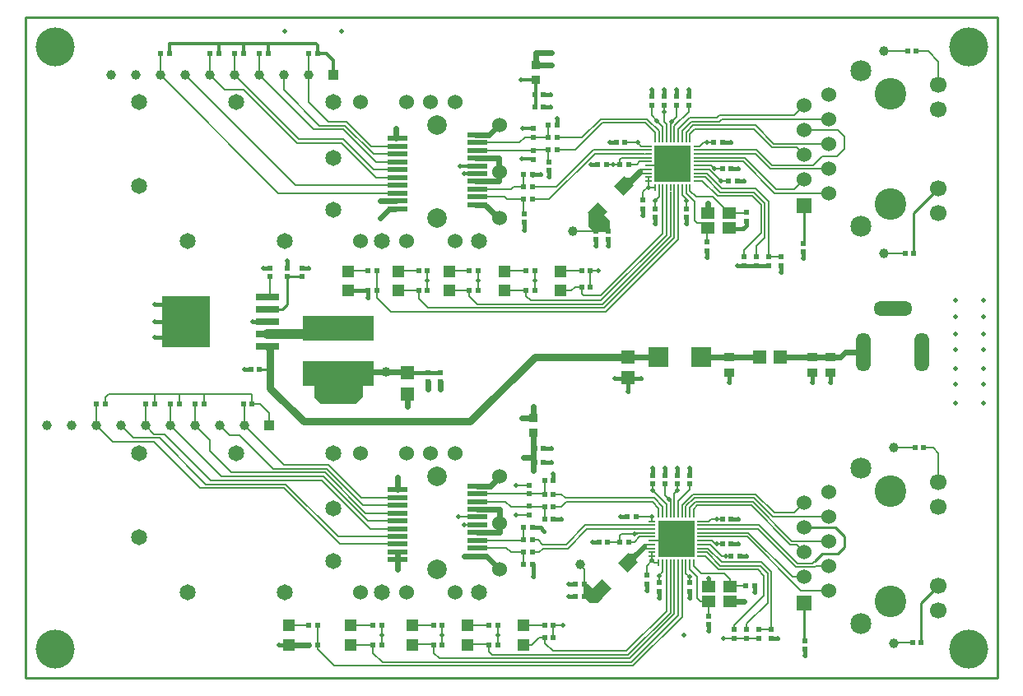
<source format=gtl>
%FSLAX44Y44*%
%MOMM*%
G71*
G01*
G75*
G04 Layer_Physical_Order=1*
G04 Layer_Color=255*
%ADD10R,0.6000X0.5000*%
%ADD11C,1.0000*%
%ADD12R,3.7000X3.7000*%
%ADD13R,0.2000X0.8000*%
%ADD14R,0.8000X0.2000*%
%ADD15R,7.3000X2.6500*%
%ADD16R,0.8128X0.8128*%
%ADD17R,0.5000X0.6000*%
%ADD18R,1.3970X1.3970*%
%ADD19R,1.0160X0.8890*%
%ADD20R,1.3970X1.3970*%
%ADD21R,2.4000X0.8000*%
%ADD22R,5.0000X5.3000*%
G04:AMPARAMS|DCode=23|XSize=2mm|YSize=2mm|CornerRadius=0mm|HoleSize=0mm|Usage=FLASHONLY|Rotation=180.000|XOffset=0mm|YOffset=0mm|HoleType=Round|Shape=RoundedRectangle|*
%AMROUNDEDRECTD23*
21,1,2.0000,2.0000,0,0,180.0*
21,1,2.0000,2.0000,0,0,180.0*
1,1,0.0000,-1.0000,1.0000*
1,1,0.0000,1.0000,1.0000*
1,1,0.0000,1.0000,-1.0000*
1,1,0.0000,-1.0000,-1.0000*
%
%ADD23ROUNDEDRECTD23*%
%ADD24R,1.4000X1.2000*%
G04:AMPARAMS|DCode=25|XSize=1.5mm|YSize=1.4mm|CornerRadius=0mm|HoleSize=0mm|Usage=FLASHONLY|Rotation=225.000|XOffset=0mm|YOffset=0mm|HoleType=Round|Shape=Rectangle|*
%AMROTATEDRECTD25*
4,1,4,0.0354,1.0253,1.0253,0.0354,-0.0354,-1.0253,-1.0253,-0.0354,0.0354,1.0253,0.0*
%
%ADD25ROTATEDRECTD25*%

%ADD26R,1.2954X1.1938*%
%ADD27R,2.0000X0.5004*%
%ADD28C,0.1780*%
%ADD29C,0.2000*%
%ADD30C,0.4000*%
%ADD31C,0.1270*%
%ADD32C,0.6000*%
%ADD33C,0.2540*%
%ADD34C,0.3000*%
%ADD35C,1.0000*%
%ADD36C,0.1800*%
%ADD37C,0.8000*%
%ADD38R,0.8890X0.8890*%
%ADD39O,1.5000X4.0000*%
%ADD40O,4.0000X1.5000*%
%ADD41R,1.0000X1.0000*%
%ADD42C,4.0000*%
%ADD43C,1.6500*%
%ADD44C,1.5240*%
%ADD45C,1.7000*%
%ADD46C,2.1590*%
%ADD47R,1.5240X1.5240*%
%ADD48C,3.2500*%
%ADD49C,0.5000*%
%ADD50C,2.0000*%
G36*
X638810Y133510D02*
X638741D01*
Y133281D01*
X624840Y119380D01*
X622300D01*
X619760Y121920D01*
X635350Y137510D01*
X638810D01*
Y133510D01*
D02*
G37*
G36*
X584200Y91440D02*
X586740D01*
X593090Y85090D01*
Y82550D01*
X588010Y77470D01*
X580390D01*
X574730Y83130D01*
Y96520D01*
X579120D01*
X584200Y91440D01*
D02*
G37*
G36*
X346710Y309880D02*
Y289560D01*
X339090Y281940D01*
X303530D01*
X297180Y288290D01*
Y312420D01*
X344170D01*
X346710Y309880D01*
D02*
G37*
G36*
X635000Y519590D02*
X634931D01*
Y519361D01*
X621030Y505460D01*
X618490D01*
X615950Y508000D01*
Y509270D01*
X630271Y523591D01*
X635000D01*
Y519590D01*
D02*
G37*
G36*
X588950Y478790D02*
X593090D01*
X600710Y471170D01*
Y461700D01*
X599440Y460430D01*
X583510D01*
X579120Y464820D01*
Y478790D01*
X579590Y479260D01*
X588480D01*
X588950Y478790D01*
D02*
G37*
D10*
X764540Y424760D02*
D03*
Y433760D02*
D03*
X777240Y424760D02*
D03*
Y433760D02*
D03*
X739140Y424760D02*
D03*
Y433760D02*
D03*
X751840Y424760D02*
D03*
Y433760D02*
D03*
X645160Y208970D02*
D03*
Y199970D02*
D03*
X657860Y208970D02*
D03*
Y199970D02*
D03*
X518160Y189810D02*
D03*
Y198810D02*
D03*
Y177220D02*
D03*
Y168220D02*
D03*
X670560Y208970D02*
D03*
Y199970D02*
D03*
X683260Y208970D02*
D03*
Y199970D02*
D03*
X651510Y89480D02*
D03*
Y98480D02*
D03*
X683260Y89480D02*
D03*
Y98480D02*
D03*
X513080Y469210D02*
D03*
Y478210D02*
D03*
X538480Y522550D02*
D03*
Y531550D02*
D03*
X521970Y542980D02*
D03*
Y533980D02*
D03*
Y556840D02*
D03*
Y565840D02*
D03*
X638810Y97100D02*
D03*
Y106100D02*
D03*
X702310Y55190D02*
D03*
Y64190D02*
D03*
X728980Y41220D02*
D03*
Y50220D02*
D03*
X754380Y41220D02*
D03*
Y50220D02*
D03*
X767080Y41220D02*
D03*
Y50220D02*
D03*
X741680Y41220D02*
D03*
Y50220D02*
D03*
X801370Y38790D02*
D03*
Y29790D02*
D03*
X701040Y440000D02*
D03*
Y449000D02*
D03*
X679450Y474290D02*
D03*
Y483290D02*
D03*
X647700Y474290D02*
D03*
Y483290D02*
D03*
X635000Y483180D02*
D03*
Y492180D02*
D03*
X741680Y470480D02*
D03*
Y479480D02*
D03*
X643890Y598860D02*
D03*
Y589860D02*
D03*
X681990Y598860D02*
D03*
Y589860D02*
D03*
X656590Y598860D02*
D03*
Y589860D02*
D03*
X669290Y598860D02*
D03*
Y589860D02*
D03*
X599440Y451430D02*
D03*
Y460430D02*
D03*
X586740Y451430D02*
D03*
Y460430D02*
D03*
X414020Y305380D02*
D03*
Y314380D02*
D03*
X426720Y305380D02*
D03*
Y314380D02*
D03*
X251460Y422330D02*
D03*
Y413330D02*
D03*
X269240Y422330D02*
D03*
Y413330D02*
D03*
X284480D02*
D03*
Y422330D02*
D03*
X800100Y447730D02*
D03*
Y438730D02*
D03*
D11*
X882650Y645160D02*
D03*
X892810Y237490D02*
D03*
X563190Y460430D02*
D03*
X882650Y436880D02*
D03*
X370840Y314960D02*
D03*
X570230Y116840D02*
D03*
X892810Y35560D02*
D03*
X87630Y621030D02*
D03*
X113030D02*
D03*
X138430D02*
D03*
X163830D02*
D03*
X290830D02*
D03*
X265430D02*
D03*
X240030D02*
D03*
X214630D02*
D03*
X189230D02*
D03*
X21590Y260350D02*
D03*
X46990D02*
D03*
X72390D02*
D03*
X97790D02*
D03*
X224790D02*
D03*
X199390D02*
D03*
X173990D02*
D03*
X148590D02*
D03*
X123190D02*
D03*
D12*
X669290Y143510D02*
D03*
X665480Y529590D02*
D03*
D13*
X687291Y168504D02*
D03*
X683290D02*
D03*
X679290D02*
D03*
X675290D02*
D03*
X671289D02*
D03*
X667291D02*
D03*
X663290D02*
D03*
X659290D02*
D03*
X655290D02*
D03*
X651289D02*
D03*
Y118516D02*
D03*
X655290D02*
D03*
X659290D02*
D03*
X663290D02*
D03*
X667291D02*
D03*
X671289D02*
D03*
X675290D02*
D03*
X679290D02*
D03*
X683290D02*
D03*
X687291D02*
D03*
X683481Y554584D02*
D03*
X679481D02*
D03*
X675480D02*
D03*
X671479D02*
D03*
X667479D02*
D03*
X663481D02*
D03*
X659481D02*
D03*
X655480D02*
D03*
X651479D02*
D03*
X647479D02*
D03*
Y504596D02*
D03*
X651479D02*
D03*
X655480D02*
D03*
X659481D02*
D03*
X663481D02*
D03*
X667479D02*
D03*
X671479D02*
D03*
X675480D02*
D03*
X679481D02*
D03*
X683481D02*
D03*
D14*
X694284Y161511D02*
D03*
Y157510D02*
D03*
Y153510D02*
D03*
Y149509D02*
D03*
Y145509D02*
D03*
Y141511D02*
D03*
Y137510D02*
D03*
Y133510D02*
D03*
Y129509D02*
D03*
Y125509D02*
D03*
X644296D02*
D03*
Y129509D02*
D03*
Y133510D02*
D03*
Y137510D02*
D03*
Y141511D02*
D03*
Y145509D02*
D03*
Y149509D02*
D03*
Y153510D02*
D03*
Y157510D02*
D03*
Y161511D02*
D03*
X690474Y547591D02*
D03*
Y543591D02*
D03*
Y539590D02*
D03*
Y535589D02*
D03*
Y531589D02*
D03*
Y527591D02*
D03*
Y523591D02*
D03*
Y519590D02*
D03*
Y515589D02*
D03*
Y511589D02*
D03*
X640486D02*
D03*
Y515589D02*
D03*
Y519590D02*
D03*
Y523591D02*
D03*
Y527591D02*
D03*
Y531589D02*
D03*
Y535589D02*
D03*
Y539590D02*
D03*
Y543591D02*
D03*
Y547591D02*
D03*
D15*
X321310Y359800D02*
D03*
Y313300D02*
D03*
D16*
X524510Y631190D02*
D03*
Y615950D02*
D03*
X522029Y267970D02*
D03*
Y252730D02*
D03*
D17*
X224100Y281940D02*
D03*
X233100D02*
D03*
X914980Y237490D02*
D03*
X923980D02*
D03*
X904820Y436880D02*
D03*
X913820D02*
D03*
X174570Y281940D02*
D03*
X183570D02*
D03*
X72970D02*
D03*
X81970D02*
D03*
X149170D02*
D03*
X158170D02*
D03*
X123770D02*
D03*
X132770D02*
D03*
X907360Y645160D02*
D03*
X916360D02*
D03*
X588590Y528320D02*
D03*
X597590D02*
D03*
X725860Y524510D02*
D03*
X716860D02*
D03*
X542980Y163830D02*
D03*
X533980D02*
D03*
X542980Y176530D02*
D03*
X533980D02*
D03*
X542980Y189230D02*
D03*
X533980D02*
D03*
X542980Y203200D02*
D03*
X533980D02*
D03*
X521390Y154940D02*
D03*
X512390D02*
D03*
X521390Y142240D02*
D03*
X512390D02*
D03*
X521390Y129540D02*
D03*
X512390D02*
D03*
X521390Y116840D02*
D03*
X512390D02*
D03*
X300410Y34290D02*
D03*
X291410D02*
D03*
X300410Y54610D02*
D03*
X291410D02*
D03*
X366450Y34290D02*
D03*
X357450D02*
D03*
X366450Y54610D02*
D03*
X357450D02*
D03*
X428680Y34290D02*
D03*
X419680D02*
D03*
X428680Y54610D02*
D03*
X419680D02*
D03*
X485830D02*
D03*
X476830D02*
D03*
X542980Y41910D02*
D03*
X533980D02*
D03*
X542980Y54610D02*
D03*
X533980D02*
D03*
X521391Y492762D02*
D03*
X512391D02*
D03*
X521391Y505462D02*
D03*
X512391D02*
D03*
X521391Y518162D02*
D03*
X512391D02*
D03*
X546790Y543560D02*
D03*
X537790D02*
D03*
X546790Y556260D02*
D03*
X537790D02*
D03*
X546790Y568960D02*
D03*
X537790D02*
D03*
X565730Y83820D02*
D03*
X574730D02*
D03*
X565730Y96520D02*
D03*
X574730D02*
D03*
X749990Y95250D02*
D03*
X740990D02*
D03*
X734750Y125730D02*
D03*
X725750D02*
D03*
X725860Y138430D02*
D03*
X716860D02*
D03*
X725860Y163830D02*
D03*
X716860D02*
D03*
X619070Y166370D02*
D03*
X628070D02*
D03*
X589860Y139700D02*
D03*
X598860D02*
D03*
X611450D02*
D03*
X620450D02*
D03*
X523820Y236220D02*
D03*
X532820D02*
D03*
X523820Y222250D02*
D03*
X532820D02*
D03*
X523820Y588010D02*
D03*
X532820D02*
D03*
X523820Y600710D02*
D03*
X532820D02*
D03*
X732210Y511810D02*
D03*
X723210D02*
D03*
X716970Y551180D02*
D03*
X707970D02*
D03*
X607640D02*
D03*
X616640D02*
D03*
X611450Y528320D02*
D03*
X620450D02*
D03*
X581080Y419100D02*
D03*
X572080D02*
D03*
X581080Y402590D02*
D03*
X572080D02*
D03*
X523930Y398780D02*
D03*
X514930D02*
D03*
X523930Y419100D02*
D03*
X514930D02*
D03*
X465510D02*
D03*
X456510D02*
D03*
X465510Y398780D02*
D03*
X456510D02*
D03*
X413440D02*
D03*
X404440D02*
D03*
X413440Y419100D02*
D03*
X404440D02*
D03*
X361370D02*
D03*
X352370D02*
D03*
X361370Y398780D02*
D03*
X352370D02*
D03*
X231720Y317500D02*
D03*
X240720D02*
D03*
X485830Y34290D02*
D03*
X476830D02*
D03*
X139010Y642620D02*
D03*
X148010D02*
D03*
X912440Y36830D02*
D03*
X921440D02*
D03*
X189810Y642620D02*
D03*
X198810D02*
D03*
X215210D02*
D03*
X224210D02*
D03*
X240610D02*
D03*
X249610D02*
D03*
X291410D02*
D03*
X300410D02*
D03*
D18*
X776605Y330200D02*
D03*
X755015D02*
D03*
D19*
X723900Y330581D02*
D03*
Y314579D02*
D03*
X808990Y330581D02*
D03*
Y314579D02*
D03*
X828040Y330581D02*
D03*
Y314579D02*
D03*
D20*
X619760Y330835D02*
D03*
Y309245D02*
D03*
X392430Y314325D02*
D03*
Y292735D02*
D03*
D21*
X249010Y392430D02*
D03*
Y379730D02*
D03*
Y367030D02*
D03*
Y354330D02*
D03*
Y341630D02*
D03*
D22*
X165010Y367030D02*
D03*
D23*
X651100Y330200D02*
D03*
X695100D02*
D03*
D24*
X724740Y78860D02*
D03*
X702740D02*
D03*
Y93860D02*
D03*
X724740D02*
D03*
X723470Y463670D02*
D03*
X701470D02*
D03*
Y478670D02*
D03*
X723470D02*
D03*
D25*
X592290Y91910D02*
D03*
X619290Y118910D02*
D03*
X588480Y479260D02*
D03*
X615480Y506260D02*
D03*
D26*
X549910Y398940D02*
D03*
Y418940D02*
D03*
X492760Y398940D02*
D03*
Y418940D02*
D03*
X435610Y398940D02*
D03*
Y418940D02*
D03*
X383540Y398940D02*
D03*
Y418940D02*
D03*
X331470Y398940D02*
D03*
Y418940D02*
D03*
X511810Y34450D02*
D03*
Y54450D02*
D03*
X270510Y34450D02*
D03*
Y54450D02*
D03*
X334010Y34450D02*
D03*
Y54450D02*
D03*
X397510Y34450D02*
D03*
Y54450D02*
D03*
X454660Y34450D02*
D03*
Y54450D02*
D03*
D27*
X464454Y559283D02*
D03*
Y551282D02*
D03*
Y543281D02*
D03*
Y535280D02*
D03*
Y527285D02*
D03*
Y519285D02*
D03*
Y511285D02*
D03*
Y503285D02*
D03*
Y495285D02*
D03*
Y487285D02*
D03*
X382463Y483287D02*
D03*
Y491288D02*
D03*
Y499289D02*
D03*
Y507290D02*
D03*
Y515285D02*
D03*
Y523285D02*
D03*
Y531285D02*
D03*
Y539285D02*
D03*
Y547285D02*
D03*
Y555285D02*
D03*
Y193892D02*
D03*
Y185892D02*
D03*
Y177892D02*
D03*
Y169892D02*
D03*
Y161892D02*
D03*
Y153892D02*
D03*
Y145896D02*
D03*
Y137895D02*
D03*
Y129894D02*
D03*
Y121893D02*
D03*
X464454Y125892D02*
D03*
Y133892D02*
D03*
Y141892D02*
D03*
Y149892D02*
D03*
Y157892D02*
D03*
Y165892D02*
D03*
Y173887D02*
D03*
Y181888D02*
D03*
Y189889D02*
D03*
Y197890D02*
D03*
D28*
X647479Y554584D02*
Y561561D01*
X651479Y554584D02*
Y562906D01*
X679481Y554584D02*
X679591Y554694D01*
Y561902D01*
X686729Y569040D01*
X675480Y554584D02*
Y563137D01*
X685163Y572820D01*
X694284Y153510D02*
X694394Y153399D01*
X687291Y168504D02*
Y174211D01*
X683290Y168504D02*
Y175556D01*
X679290Y168504D02*
Y176901D01*
X675290Y168504D02*
Y178247D01*
X464454Y133892D02*
X494758D01*
X499110Y129540D01*
X512390D01*
X464454Y141892D02*
X512042D01*
X512390Y142240D01*
Y154940D01*
X671289Y168504D02*
Y182339D01*
X683260Y194310D01*
Y199970D01*
X659290Y168504D02*
Y178910D01*
X272310Y54610D02*
X292100D01*
X334010Y34450D02*
X357290D01*
X683290Y111729D02*
Y118516D01*
X685163Y572820D02*
X713790D01*
X637540Y571500D02*
X647479Y561561D01*
X334860Y54610D02*
X358140D01*
X397510D02*
X419680D01*
X454660D02*
X476830D01*
X511970D02*
X533980D01*
X811829Y114599D02*
X813029Y115799D01*
X826165D01*
X476830Y27360D02*
Y34290D01*
X476510D02*
Y34610D01*
X454660D02*
X476510D01*
X419680Y26090D02*
Y34290D01*
X419360D02*
Y34610D01*
X397510D02*
X419360D01*
X357450Y26090D02*
Y34290D01*
X357290D02*
Y34450D01*
X300410Y29790D02*
Y34290D01*
Y54610D01*
X659290Y68740D02*
Y118516D01*
X663290Y67395D02*
Y118516D01*
X667291Y66050D02*
Y118516D01*
X671289Y64702D02*
Y118516D01*
X675290Y63357D02*
Y118516D01*
X511810Y34450D02*
X520860D01*
X528320Y41910D01*
X533980D01*
Y36250D02*
Y41910D01*
X620450Y139700D02*
X626110D01*
X631919Y145509D01*
X550070Y419100D02*
X572080D01*
X549910Y398940D02*
X561500D01*
X565150Y402590D01*
X572080D01*
Y395660D02*
Y402590D01*
Y395660D02*
X574040Y393700D01*
X492920Y398780D02*
X514930D01*
Y393120D02*
Y398780D01*
Y393120D02*
X519430Y388620D01*
X435770Y419100D02*
X456510D01*
X435770Y398780D02*
X456510D01*
Y393120D02*
Y398780D01*
Y393120D02*
X464820Y384810D01*
X383700Y419100D02*
X404440D01*
X383700Y398780D02*
X404440D01*
Y390580D02*
Y398780D01*
X331630Y419100D02*
X352370D01*
X361370Y398780D02*
Y419100D01*
Y391740D02*
Y398780D01*
X655480Y457360D02*
Y504596D01*
X659481Y456015D02*
Y504596D01*
X663481Y454670D02*
Y500380D01*
X667479Y453322D02*
Y504596D01*
X671479Y451977D02*
Y504596D01*
X588211Y539590D02*
X636270D01*
X521391Y505462D02*
X546102D01*
X584230Y543591D01*
X640486D01*
X538748Y492762D02*
X585796Y539810D01*
X593090D01*
X521391Y492762D02*
X538748D01*
X593090Y571500D02*
X637540D01*
X591554Y575310D02*
X639076D01*
X651479Y562906D01*
X686729Y569040D02*
X750490D01*
X842010Y544830D02*
Y557530D01*
X800766Y563829D02*
X835711D01*
X842010Y557530D01*
X819150Y537210D02*
X834390D01*
X842010Y544830D01*
X809859Y527919D02*
X819150Y537210D01*
X811425Y524139D02*
X812024Y524739D01*
X826165D01*
X546790Y556260D02*
X572504D01*
X591554Y575310D01*
X546790Y543560D02*
X565150D01*
X593090Y571500D01*
X655480Y554584D02*
Y567530D01*
X659481Y554584D02*
Y569879D01*
X667479Y554584D02*
Y568419D01*
X681990Y582930D01*
Y590550D01*
X690474Y527591D02*
X699229D01*
X792836Y137419D02*
X800766Y129489D01*
X790855Y170379D02*
X800766Y180289D01*
X694284Y161511D02*
X702531D01*
X704850Y163830D01*
X694284Y141511D02*
X705579D01*
X694284Y137510D02*
X704500D01*
X716280Y125730D01*
X704850Y163830D02*
X711200D01*
X716860D01*
X716280Y125730D02*
X720090D01*
X725750D01*
X645160Y193040D02*
Y199970D01*
Y193040D02*
X659290Y178910D01*
X675290Y178247D02*
X686273Y189230D01*
X679290Y176901D02*
X687839Y185450D01*
X683290Y175556D02*
X689404Y181670D01*
X687291Y174211D02*
X690970Y177890D01*
X651510Y98480D02*
Y105410D01*
X655290Y109190D02*
Y118516D01*
X651510Y105410D02*
X655290Y109190D01*
X667291Y168504D02*
Y189771D01*
X670560Y193040D01*
Y199970D01*
X644296Y161511D02*
Y165964D01*
X628476D02*
X644296D01*
X690970Y177890D02*
X746404D01*
X689404Y181670D02*
X747970D01*
X694394Y153399D02*
X753381D01*
X694284Y157510D02*
X754615D01*
X694284Y145509D02*
X742221D01*
X743566Y149509D02*
X788987Y104089D01*
X694284Y149509D02*
X743566D01*
X790855Y503119D02*
X800766Y513029D01*
X769391Y550139D02*
X826165D01*
X750490Y569040D02*
X769391Y550139D01*
X690474Y539590D02*
X750730D01*
X766181Y524139D01*
X811425D01*
X767747Y527919D02*
X809859D01*
X752075Y543591D02*
X767747Y527919D01*
X690474Y543591D02*
X752075D01*
X690474Y531589D02*
X738411D01*
X770661Y499339D01*
X826165D01*
X772227Y503119D02*
X790855D01*
X739756Y535589D02*
X772227Y503119D01*
X690474Y535589D02*
X739756D01*
X716509Y575539D02*
X826165D01*
X713790Y572820D02*
X716509Y575539D01*
X574040Y393700D02*
X591820D01*
X655480Y457360D01*
X519430Y388620D02*
X592086D01*
X659481Y456015D01*
X464820Y384810D02*
X593621D01*
X663481Y454670D01*
X595187Y381030D02*
X667479Y453322D01*
X596693Y377190D02*
X671479Y451977D01*
X404440Y390580D02*
X413990Y381030D01*
X595187D01*
X361370Y391740D02*
X375920Y377190D01*
X596693D01*
X533980Y36250D02*
X542410Y27820D01*
X476830Y27360D02*
X480150Y24040D01*
X419680Y26090D02*
X425510Y20260D01*
X357450Y26090D02*
X367060Y16480D01*
X300410Y29790D02*
X317500Y12700D01*
X636270Y133510D02*
X644296D01*
Y141511D02*
X653052D01*
X631919Y145509D02*
X644296D01*
X584200Y83820D02*
X592290Y91910D01*
X570230Y116840D02*
X574730Y112340D01*
Y96520D02*
Y112340D01*
Y83820D02*
Y96520D01*
Y83820D02*
X584200D01*
X631919Y531589D02*
X640486D01*
Y527591D02*
X663481D01*
X694284Y133510D02*
X702150D01*
X687291Y115394D02*
Y118516D01*
Y115394D02*
X694735Y107950D01*
X618370Y27820D02*
X659290Y68740D01*
X542410Y27820D02*
X618370D01*
X619936Y24040D02*
X663290Y67395D01*
X480150Y24040D02*
X619936D01*
X621501Y20260D02*
X667291Y66050D01*
X425510Y20260D02*
X621501D01*
X623067Y16480D02*
X671289Y64702D01*
X367060Y16480D02*
X623067D01*
X624633Y12700D02*
X675290Y63357D01*
X317500Y12700D02*
X624633D01*
X788987Y104089D02*
X800766D01*
X797331Y90399D02*
X826165D01*
X742221Y145509D02*
X797331Y90399D01*
X753381Y153399D02*
X792181Y114599D01*
X811829D01*
X793746Y118379D02*
X809259D01*
X754615Y157510D02*
X793746Y118379D01*
X786876Y137419D02*
X792836D01*
X746404Y177890D02*
X786876Y137419D01*
X788441Y141199D02*
X826165D01*
X747970Y181670D02*
X788441Y141199D01*
X749536Y185450D02*
X768387Y166599D01*
X826165D01*
X687839Y185450D02*
X749536D01*
X769953Y170379D02*
X790855D01*
X751101Y189230D02*
X769953Y170379D01*
X686273Y189230D02*
X751101D01*
X754380Y50220D02*
X767080D01*
X663481Y554584D02*
Y565150D01*
X809259Y118379D02*
X811530Y120650D01*
X619760Y123540D02*
X622475D01*
X636445Y137510D01*
X644296D01*
X702150Y133510D02*
X716280Y119380D01*
X741680Y50220D02*
Y55880D01*
X763300Y77500D01*
X714714Y115600D02*
X755620D01*
X763300Y107920D01*
Y77500D02*
Y107920D01*
X757186Y119380D02*
X767080Y109486D01*
X716280Y119380D02*
X757186D01*
X767080Y50220D02*
Y109486D01*
X694284Y129509D02*
X700805D01*
X714714Y115600D01*
X694284Y125509D02*
X699460D01*
X713149Y111820D02*
X753110D01*
X759520Y105410D01*
X699460Y125509D02*
X713149Y111820D01*
X728980Y50220D02*
Y54610D01*
X759520Y85150D01*
Y105410D01*
X690880Y82550D02*
X694570Y78860D01*
X690880Y82550D02*
Y104140D01*
X694570Y78860D02*
X702310D01*
X702740D01*
X702310Y64190D02*
Y74470D01*
X683290Y111729D02*
X690880Y104140D01*
X718820Y107950D02*
X724740Y102030D01*
Y93860D02*
Y102030D01*
X723010Y95250D02*
X740410D01*
X694735Y107950D02*
X718820D01*
D29*
X683481Y554584D02*
Y560291D01*
X688340Y565150D01*
X671479Y554584D02*
Y564799D01*
X683390Y576710D01*
X464454Y181888D02*
X493752D01*
X464454Y189889D02*
X533369D01*
X533980Y190500D01*
X499110Y176530D02*
X533980D01*
X493752Y181888D02*
X499110Y176530D01*
X533980Y163830D02*
Y176530D01*
Y189230D02*
Y190500D01*
Y203200D01*
X512390Y116840D02*
Y129540D01*
X683390Y576710D02*
X711330D01*
X611450Y139700D02*
Y146740D01*
X598860Y139700D02*
X611450D01*
X492920Y419100D02*
X514930D01*
X882650Y436880D02*
X904820D01*
X894080Y36830D02*
X912440D01*
X643890Y579120D02*
Y589860D01*
X656590Y572770D02*
X659481Y569879D01*
X690474Y547591D02*
X693641D01*
X697230Y551180D01*
X707970D01*
X699229Y527591D02*
X699230Y527590D01*
X241300Y281940D02*
X250190Y273050D01*
Y260350D02*
Y273050D01*
X224790Y260350D02*
Y281250D01*
X233100Y281940D02*
X241300D01*
X344968Y185892D02*
X382463D01*
X347312Y177892D02*
X382463D01*
X349655Y169892D02*
X382463D01*
X351998Y161892D02*
X382463D01*
X354341Y153892D02*
X382463D01*
X123190Y260350D02*
X132368Y251172D01*
X97790Y260350D02*
X110968Y247172D01*
X72390Y260350D02*
Y281360D01*
X148590Y260350D02*
Y281250D01*
X173990Y260350D02*
Y281360D01*
X123190D02*
X123770Y281940D01*
X123190Y260350D02*
Y281360D01*
X233100Y281940D02*
Y292680D01*
X81970Y288980D02*
X85670Y292680D01*
X81970Y281940D02*
Y288980D01*
X158170Y281940D02*
Y291990D01*
X183570Y281940D02*
Y292100D01*
X184150Y292680D01*
X85670D02*
X184150D01*
X233100D01*
X132770Y281940D02*
Y292680D01*
X321310Y145896D02*
X382463D01*
X323654Y137895D02*
X382463D01*
X306310Y207580D02*
X351998Y161892D01*
X307966Y211580D02*
X349655Y169892D01*
X255013Y215580D02*
X309623D01*
X347312Y177892D01*
X311280Y219580D02*
X344968Y185892D01*
X892810Y237490D02*
X914980D01*
X923980D02*
X933450D01*
X939195Y231744D01*
Y201930D02*
Y231744D01*
X882650Y645160D02*
X907360D01*
X916360D02*
X928370D01*
X939195Y634334D01*
Y610870D02*
Y634334D01*
X705579Y141511D02*
X706000D01*
X709081Y138430D01*
X655290Y168504D02*
Y176560D01*
X651289Y168504D02*
Y174904D01*
X646430Y185420D02*
X655290Y176560D01*
X644773Y181420D02*
X651289Y174904D01*
X644296Y125509D02*
Y129509D01*
Y121056D02*
Y125509D01*
X646836Y118516D02*
X651289D01*
X644296Y121056D02*
X646836Y118516D01*
X683260Y98480D02*
Y104140D01*
X679290Y108110D02*
Y118516D01*
Y108110D02*
X683260Y104140D01*
X709081Y138430D02*
X711200D01*
X716860D01*
X613300Y148590D02*
X626110D01*
X611450Y146740D02*
X613300Y148590D01*
X626110D02*
X629001D01*
X629920Y149509D01*
X290830Y621030D02*
Y642040D01*
Y593090D02*
Y621030D01*
X355685Y547285D02*
X381195D01*
X358028Y539285D02*
X381195D01*
X240030Y621030D02*
Y642040D01*
X360371Y531285D02*
X381195D01*
X214630Y621030D02*
Y642040D01*
X189230Y621030D02*
X204660Y605600D01*
X277570Y507290D02*
X381195D01*
X138430Y621030D02*
Y642040D01*
X189230Y621030D02*
Y642040D01*
X138430Y621030D02*
X260171Y499289D01*
X381195D01*
X163830Y621030D02*
X277570Y507290D01*
X204660Y605600D02*
X224403D01*
X214630Y621030D02*
X280670Y554990D01*
X224403Y605600D02*
X279013Y550990D01*
X360438Y515285D02*
X381195D01*
X280670Y554990D02*
X326390D01*
X358095Y523285D01*
X381195D01*
X279013Y550990D02*
X324733D01*
X360438Y515285D01*
X265430Y605790D02*
Y621030D01*
X290830Y593090D02*
X311150Y572770D01*
X330200D01*
X355685Y547285D01*
X302450Y568770D02*
X328543D01*
X358028Y539285D01*
X326886Y564770D02*
X360371Y531285D01*
X240030Y621030D02*
X296290Y564770D01*
X326886D01*
X265430Y605790D02*
X302450Y568770D01*
X748879Y565150D02*
X767929Y546100D01*
X793095D01*
X800766Y538429D01*
X688340Y565150D02*
X748879D01*
X790965Y579429D02*
X800766Y589229D01*
X714049Y579429D02*
X790965D01*
X711330Y576710D02*
X714049Y579429D01*
X251460Y392430D02*
Y413330D01*
X629920Y149509D02*
X644296D01*
X626110D02*
X629920D01*
X657860Y187960D02*
Y199970D01*
Y187960D02*
X663290Y182530D01*
Y168504D02*
Y182530D01*
X638810Y106100D02*
Y115570D01*
X644296Y121056D01*
X445292Y165892D02*
X464454D01*
X449992Y157892D02*
X464454D01*
X598860Y528320D02*
X604520D01*
X611450D01*
Y533980D01*
X613060Y535589D01*
X640486D01*
X631365Y523591D02*
X640486D01*
X631350Y519590D02*
X640486D01*
X635000Y492180D02*
Y500380D01*
X651479Y495270D02*
Y504596D01*
X647700Y491490D02*
X651479Y495270D01*
X647700Y483290D02*
Y491490D01*
X701040Y449000D02*
Y463240D01*
X688340Y471170D02*
Y490220D01*
Y471170D02*
X690760Y468750D01*
X705280D01*
X675480Y497423D02*
Y504596D01*
X679481Y499080D02*
Y504596D01*
X675480Y497423D02*
X679450Y493453D01*
Y483290D02*
Y493453D01*
X679481Y499080D02*
X688340Y490220D01*
X683481Y501429D02*
Y504596D01*
X699230Y527590D02*
X705580D01*
X708660Y524510D01*
X714320D01*
X714996Y511810D02*
X723210D01*
X703216Y523591D02*
X714996Y511810D01*
X690474Y523591D02*
X703216D01*
X690474Y519590D02*
X700852D01*
X716252Y504190D01*
X750570D01*
X764540Y490220D01*
Y433760D02*
Y490220D01*
Y433760D02*
X777240D01*
X723470Y478670D02*
X739710D01*
X551180Y189230D02*
X554990Y185420D01*
X542980Y189230D02*
X551180D01*
X554990Y185420D02*
X646430D01*
X542980Y176530D02*
X551180D01*
X556070Y181420D01*
X644773D01*
X577690Y153510D02*
X644296D01*
X576034Y157510D02*
X644296D01*
X557530Y133350D02*
X577690Y153510D01*
X555873Y137350D02*
X576034Y157510D01*
X521390Y129540D02*
X528320D01*
X532130Y133350D01*
X557530D01*
X521390Y142240D02*
X527050D01*
X531940Y137350D01*
X555873D01*
X563190Y460430D02*
X599440D01*
X304653Y203580D02*
X354341Y153892D01*
X143222Y251172D02*
X190813Y203580D01*
X304653D01*
X267626Y199580D02*
X321310Y145896D01*
X265969Y195580D02*
X323654Y137895D01*
X542980Y41910D02*
Y54610D01*
X485830Y34290D02*
Y54610D01*
X428680Y34290D02*
Y54610D01*
X366450Y34290D02*
Y54610D01*
X413440Y408940D02*
Y419100D01*
Y398780D02*
Y408940D01*
X465510Y398780D02*
Y419100D01*
X523930Y398780D02*
Y419100D01*
X581080Y402590D02*
Y419100D01*
X504770Y198810D02*
X518160D01*
X504770Y168220D02*
X518160D01*
X616640Y551180D02*
X629920D01*
X633509Y547591D01*
X640486D01*
X664210Y572770D02*
X669290Y577850D01*
Y589860D01*
X663589Y572149D02*
X664210Y572770D01*
X663481Y565150D02*
X663589Y565258D01*
Y572149D01*
X649685Y573325D02*
X655480Y567530D01*
X643890Y579120D02*
X649685Y573325D01*
X718130Y41220D02*
X754380D01*
X656590Y572770D02*
Y582930D01*
Y589860D01*
X581080Y419100D02*
X589280D01*
X72390Y260350D02*
X89568Y243172D01*
X224790Y260350D02*
X265560Y219580D01*
X311280D01*
X132172Y243172D02*
X179763Y195580D01*
X89568Y243172D02*
X132172D01*
X179763Y195580D02*
X265969D01*
X132368Y251172D02*
X143222D01*
X148590Y260350D02*
X201360Y207580D01*
X306310D01*
X110968Y247172D02*
X137638D01*
X185230Y199580D01*
X267626D01*
X173990Y260350D02*
X189230Y245110D01*
X220403Y250190D02*
X255013Y215580D01*
X199390Y260350D02*
X209550Y250190D01*
X220403D01*
X189230Y233680D02*
Y245110D01*
Y233680D02*
X211330Y211580D01*
X307966D01*
X640486Y504596D02*
X647479D01*
X640486D02*
Y505866D01*
Y511589D01*
Y515589D01*
X635000Y500380D02*
X640486Y505866D01*
X542980Y54610D02*
X552450D01*
X615480Y507705D02*
X631365Y523591D01*
X615480Y506260D02*
Y507705D01*
X683481Y501429D02*
X689610Y495300D01*
X748913Y500190D02*
X760540Y488563D01*
X689610Y495300D02*
X706840D01*
X723470Y478670D01*
X714595Y500190D02*
X748913D01*
X711607Y496190D02*
X747256D01*
X756540Y486906D01*
X739140Y433760D02*
Y440690D01*
X756540Y458090D01*
Y486906D01*
X751840Y444500D02*
X760540Y453200D01*
X751840Y433760D02*
Y444500D01*
X760540Y453200D02*
Y488563D01*
X690474Y515589D02*
X699196D01*
X714595Y500190D01*
X690474Y511589D02*
X696208D01*
X711607Y496190D01*
D30*
X331630Y398780D02*
X352370D01*
X392430Y314325D02*
X426665D01*
X532820Y236220D02*
X541020D01*
X532820Y222250D02*
X541020D01*
X542980Y203200D02*
Y210240D01*
Y163830D02*
X551180D01*
X521390Y154940D02*
X529590D01*
X533400Y151130D01*
X521970Y104140D02*
Y116840D01*
X702310Y48260D02*
Y55190D01*
X638810Y90170D02*
Y97100D01*
X651510Y82550D02*
Y89480D01*
X683260Y82550D02*
Y89480D01*
X725860Y163830D02*
X732790D01*
X725860Y138430D02*
X732790D01*
X734750Y125730D02*
X741680D01*
X582930Y139700D02*
X589860D01*
X612140Y166370D02*
X619070D01*
X558800Y83820D02*
X565730D01*
X558800Y96520D02*
X565730D01*
X261040Y34290D02*
X267970D01*
X645160Y208970D02*
Y215900D01*
X657860Y208970D02*
Y215900D01*
X670560Y208970D02*
Y215900D01*
X683260Y208970D02*
Y215900D01*
X767080Y41220D02*
X774010D01*
X801370Y22860D02*
Y29790D01*
X224790Y317500D02*
X231720D01*
X233680Y367030D02*
X238760D01*
X132770Y384810D02*
X139700D01*
X132770Y350520D02*
X139700D01*
X132770Y367030D02*
X139700D01*
X244530Y422330D02*
X251460D01*
X269240D02*
Y429260D01*
X284480Y422330D02*
X291410D01*
X513080Y461010D02*
Y468630D01*
X546790Y568960D02*
Y575890D01*
X538480Y515620D02*
Y522550D01*
X532820Y588010D02*
X539750D01*
X532820Y600710D02*
X539750D01*
X643890Y598860D02*
Y605790D01*
X656590Y598860D02*
Y605790D01*
X669290Y598860D02*
Y605790D01*
X681990Y598860D02*
Y605790D01*
X600710Y551180D02*
X607640D01*
X581660Y528320D02*
X588590D01*
X718820Y551180D02*
X725750D01*
X725860Y524510D02*
X732790D01*
X732210Y511810D02*
X739140D01*
X723900Y462280D02*
X737870D01*
X701040Y433070D02*
Y440000D01*
X679450Y467360D02*
Y474290D01*
X647700Y467360D02*
Y474290D01*
X635000Y476250D02*
Y483180D01*
X777240Y417830D02*
Y424760D01*
X800100Y431800D02*
Y438730D01*
X732210Y424760D02*
X739140D01*
X764540D01*
X619760Y295330D02*
Y302260D01*
X606480Y308610D02*
X613410D01*
X626110D02*
X633040D01*
X723900Y304220D02*
Y311150D01*
X808990Y304220D02*
Y311150D01*
X828040Y304220D02*
Y311150D01*
X586740Y444500D02*
Y451430D01*
X599440Y444500D02*
Y451430D01*
X749990Y88320D02*
Y95250D01*
X352370Y391850D02*
Y398780D01*
X702310Y96520D02*
Y102560D01*
X521393Y518160D02*
X529590D01*
X741680Y466090D02*
Y470480D01*
X737870Y462280D02*
X741680Y466090D01*
D31*
X463186Y495285D02*
X492775D01*
X495298Y492762D01*
X512391D01*
Y478791D02*
Y492762D01*
X463186Y503285D02*
X499475D01*
X501652Y505462D01*
X512391D01*
Y518162D01*
X513660Y556840D02*
X537210D01*
Y568270D01*
X537790Y532240D02*
Y543560D01*
X521970Y542980D02*
X522271Y543281D01*
X522550Y543560D01*
X537790D01*
X463186Y543281D02*
X464454D01*
X522271D01*
X508102Y551282D02*
X513660Y556840D01*
X464454Y551282D02*
X508102D01*
X463186D02*
X464454D01*
D32*
X695100Y330200D02*
X755015D01*
X776605D02*
X837819D01*
X619760Y330835D02*
X650465D01*
X322970Y314960D02*
X370840D01*
X391795D01*
X837819Y330200D02*
X842899Y335280D01*
X861653D01*
Y341978D01*
X701470Y478670D02*
Y488520D01*
X450850Y125892D02*
X464454D01*
Y197890D02*
X477885D01*
X487838Y207843D01*
X464454Y125892D02*
X473786D01*
X487836Y111841D01*
X382463Y111953D02*
Y121893D01*
Y129894D01*
Y193892D02*
Y206817D01*
X392430Y279400D02*
Y292735D01*
X414020Y297180D02*
Y305380D01*
X426720Y297180D02*
Y305380D01*
X522029Y267970D02*
Y279400D01*
X510599Y267970D02*
X522029D01*
Y227330D02*
Y252730D01*
X724740Y78860D02*
X739260D01*
X270510Y34450D02*
X291250D01*
X463186Y559283D02*
X476617D01*
X486570Y569236D01*
X381195Y555285D02*
Y566225D01*
X364692Y491288D02*
X381195D01*
X524510Y631190D02*
X541020D01*
X524510D02*
Y643890D01*
X541020D01*
X521391Y518162D02*
X521393Y518160D01*
X364490Y473710D02*
X374067Y483287D01*
X380417D01*
X463186Y535280D02*
X464454D01*
X463186Y511285D02*
X464454D01*
X472518Y487285D02*
X486568Y473235D01*
X463186Y487285D02*
X472518D01*
X464454Y511285D02*
X486569D01*
X464454Y535280D02*
X486569D01*
Y511285D02*
Y535280D01*
X464454Y149892D02*
X487837D01*
Y159842D01*
X464454Y173887D02*
X487837D01*
Y159842D02*
Y173887D01*
X511869Y227330D02*
X522029D01*
X522029Y227330D01*
Y213360D02*
Y227330D01*
D33*
X269240Y413330D02*
X284480D01*
X800704Y39455D02*
Y77564D01*
Y448335D02*
Y486504D01*
X913820Y436880D02*
Y478815D01*
X939195Y504190D01*
X921440Y36830D02*
Y77495D01*
X939195Y95250D01*
X240720Y317500D02*
X251460D01*
X249010Y379730D02*
X264160D01*
X269240Y384810D01*
Y413330D01*
X800766Y154889D02*
X833171D01*
X842010Y146050D01*
Y134620D02*
Y146050D01*
X835660Y128270D02*
X842010Y134620D01*
X819150Y128270D02*
X835660D01*
X811530Y120650D02*
X819150Y128270D01*
X1000000Y680000D02*
X1000000Y680000D01*
X0Y680000D02*
X1000000D01*
Y0D02*
Y680000D01*
X0Y0D02*
X1000000D01*
X0D02*
Y680000D01*
D34*
X148010Y642620D02*
Y653470D01*
X300410Y642620D02*
Y651510D01*
X298450Y653470D02*
X300410Y651510D01*
X308610Y642620D02*
X316230Y635000D01*
X198810Y642620D02*
Y652890D01*
X224210Y642620D02*
Y651620D01*
X249610Y642620D02*
Y653470D01*
X148010D02*
X249610D01*
X298450D01*
X447275Y527285D02*
X463186D01*
X450850Y519285D02*
X463186D01*
X309880Y642620D02*
X316230Y636270D01*
X300410Y642620D02*
X308610D01*
X309880D01*
X316230Y621030D02*
Y635000D01*
Y636270D01*
X509270Y615950D02*
X524510D01*
X511120Y565840D02*
X521970D01*
X510650Y534560D02*
X521970D01*
X524510Y588700D02*
Y615950D01*
D35*
X249010Y354330D02*
X294640D01*
X295910Y367030D02*
X304800Y358140D01*
X323850D01*
D36*
X628650Y528320D02*
X631919Y531589D01*
X620450Y528320D02*
X628650D01*
D37*
X457200Y264160D02*
X523875Y330835D01*
X619760D01*
X249010Y341630D02*
X251460Y339180D01*
Y298450D02*
Y339180D01*
Y298450D02*
X285750Y264160D01*
X457200D01*
D38*
X624205Y123825D02*
D03*
X620395Y511175D02*
D03*
D39*
X861653Y335628D02*
D03*
X921871Y335960D02*
D03*
D40*
X892166Y380654D02*
D03*
D41*
X316230Y621030D02*
D03*
X250190Y260350D02*
D03*
D42*
X30000Y30000D02*
D03*
Y650000D02*
D03*
X970000Y30000D02*
D03*
Y650000D02*
D03*
D43*
X116839Y231140D02*
D03*
X216839Y231140D02*
D03*
X316839Y231140D02*
D03*
X466840Y88641D02*
D03*
X366840Y88640D02*
D03*
X266840D02*
D03*
X166840Y88640D02*
D03*
X116838Y145340D02*
D03*
X316839Y120341D02*
D03*
X316839Y174340D02*
D03*
X116839Y592533D02*
D03*
X216839Y592534D02*
D03*
X316839Y592534D02*
D03*
X466840Y450034D02*
D03*
X366840Y450034D02*
D03*
X266840D02*
D03*
X166840Y450033D02*
D03*
X116838Y506733D02*
D03*
X316839Y481734D02*
D03*
X316839Y535734D02*
D03*
D44*
X344839Y231142D02*
D03*
X391839Y231142D02*
D03*
X416839Y231140D02*
D03*
X441839Y231142D02*
D03*
X487839Y207843D02*
D03*
X487839Y159843D02*
D03*
X487837Y111843D02*
D03*
X441840Y88642D02*
D03*
X391840D02*
D03*
X344840D02*
D03*
X344839Y592535D02*
D03*
X391839Y592535D02*
D03*
X416839Y592534D02*
D03*
X441839Y592535D02*
D03*
X487839Y569236D02*
D03*
X487839Y521236D02*
D03*
X487837Y473236D02*
D03*
X441840Y450035D02*
D03*
X391840D02*
D03*
X344840D02*
D03*
X826165Y191999D02*
D03*
X800766Y180289D02*
D03*
X826165Y166599D02*
D03*
X800766Y154889D02*
D03*
X826165Y141199D02*
D03*
X800766Y129489D02*
D03*
X826165Y115799D02*
D03*
X800766Y104089D02*
D03*
X826165Y90399D02*
D03*
Y600939D02*
D03*
X800766Y589229D02*
D03*
X826165Y575539D02*
D03*
X800766Y563829D02*
D03*
X826165Y550139D02*
D03*
X800766Y538429D02*
D03*
X826165Y524739D02*
D03*
X800766Y513029D02*
D03*
X826165Y499339D02*
D03*
D45*
X939195Y95250D02*
D03*
Y69850D02*
D03*
Y176530D02*
D03*
Y201930D02*
D03*
Y504190D02*
D03*
Y478790D02*
D03*
Y585470D02*
D03*
Y610870D02*
D03*
D46*
X859160Y215900D02*
D03*
Y55880D02*
D03*
Y624840D02*
D03*
Y464820D02*
D03*
D47*
X800704Y77564D02*
D03*
Y486504D02*
D03*
D48*
X889666Y78892D02*
D03*
Y192888D02*
D03*
Y487832D02*
D03*
Y601828D02*
D03*
D49*
X676910Y44450D02*
D03*
X325120Y665480D02*
D03*
X266700D02*
D03*
X720090Y125730D02*
D03*
X711200Y138430D02*
D03*
Y163830D02*
D03*
X645160Y193040D02*
D03*
X644296Y121056D02*
D03*
X683260Y104140D02*
D03*
X651510Y105410D02*
D03*
X661670Y184150D02*
D03*
X670560Y193040D02*
D03*
X626110Y148590D02*
D03*
X644296Y165964D02*
D03*
X303530Y292100D02*
D03*
X314960D02*
D03*
X325120D02*
D03*
X335280D02*
D03*
X660400Y151130D02*
D03*
X581660Y86360D02*
D03*
X450850Y157892D02*
D03*
X447275Y527285D02*
D03*
X450850Y519285D02*
D03*
X604520Y528320D02*
D03*
X640486Y504596D02*
D03*
X702310Y102560D02*
D03*
X708660Y524510D02*
D03*
X714996Y511810D02*
D03*
X701470Y488520D02*
D03*
X584200Y81280D02*
D03*
X582930Y468630D02*
D03*
X593090D02*
D03*
X413440Y408940D02*
D03*
X465510D02*
D03*
X523930D02*
D03*
X589280Y419100D02*
D03*
X509270Y615950D02*
D03*
X511120Y565840D02*
D03*
X510650Y534560D02*
D03*
X521970Y213360D02*
D03*
X504770Y198810D02*
D03*
Y168220D02*
D03*
X647700Y491490D02*
D03*
X701040Y551180D02*
D03*
X649685Y573325D02*
D03*
X664210Y572770D02*
D03*
X629920Y551180D02*
D03*
X450850Y125892D02*
D03*
X382463Y111953D02*
D03*
Y206817D02*
D03*
X392430Y279400D02*
D03*
X414020Y297180D02*
D03*
X426720D02*
D03*
X522029Y279400D02*
D03*
X510599Y267970D02*
D03*
X541020Y236220D02*
D03*
Y222250D02*
D03*
X511869Y227330D02*
D03*
X542980Y210240D02*
D03*
X551180Y163830D02*
D03*
X533400Y151130D02*
D03*
X521970Y104140D02*
D03*
X366450Y44450D02*
D03*
X428680D02*
D03*
X485830D02*
D03*
X552450Y54610D02*
D03*
X718130Y41220D02*
D03*
X702310Y48260D02*
D03*
X739260Y78860D02*
D03*
X638810Y90170D02*
D03*
X651510Y82550D02*
D03*
X683260D02*
D03*
X732790Y163830D02*
D03*
Y138430D02*
D03*
X741680Y125730D02*
D03*
X582930Y139700D02*
D03*
X612140Y166370D02*
D03*
X558800Y83820D02*
D03*
Y96520D02*
D03*
X261040Y34290D02*
D03*
X645160Y215900D02*
D03*
X657860D02*
D03*
X670560D02*
D03*
X683260D02*
D03*
X774010Y41220D02*
D03*
X801370Y22860D02*
D03*
X224790Y317500D02*
D03*
X233680Y367030D02*
D03*
X184150Y345440D02*
D03*
Y387350D02*
D03*
Y365760D02*
D03*
X132770Y384810D02*
D03*
Y350520D02*
D03*
Y367030D02*
D03*
X244530Y422330D02*
D03*
X269240Y429260D02*
D03*
X291410Y422330D02*
D03*
X381195Y566225D02*
D03*
X364490Y473710D02*
D03*
X364692Y491288D02*
D03*
X513080Y461010D02*
D03*
X546790Y575890D02*
D03*
X538480Y515620D02*
D03*
X539750Y588010D02*
D03*
Y600710D02*
D03*
X541020Y631190D02*
D03*
Y643890D02*
D03*
X643890Y605790D02*
D03*
X656590D02*
D03*
X669290D02*
D03*
X681990D02*
D03*
X600710Y551180D02*
D03*
X581660Y528320D02*
D03*
X725750Y551180D02*
D03*
X732790Y524510D02*
D03*
X739140Y511810D02*
D03*
X737870Y462280D02*
D03*
X701040Y433070D02*
D03*
X679450Y467360D02*
D03*
X647700D02*
D03*
X635000Y476250D02*
D03*
X732210Y424760D02*
D03*
X777240Y417830D02*
D03*
X800100Y431800D02*
D03*
X619760Y295330D02*
D03*
X606480Y308610D02*
D03*
X633040D02*
D03*
X723900Y304220D02*
D03*
X808990D02*
D03*
X828040D02*
D03*
X586740Y444500D02*
D03*
X599440D02*
D03*
X749990Y88320D02*
D03*
X352370Y391850D02*
D03*
X657860Y537210D02*
D03*
X671830D02*
D03*
X657860Y523240D02*
D03*
X671830D02*
D03*
X676910Y151130D02*
D03*
X660400Y135890D02*
D03*
X676910Y134620D02*
D03*
X529590Y518160D02*
D03*
X679450Y491490D02*
D03*
X656590Y582930D02*
D03*
X445292Y165892D02*
D03*
X956310Y372110D02*
D03*
X985520D02*
D03*
X956310Y354330D02*
D03*
X985520D02*
D03*
X956310Y337820D02*
D03*
X985520D02*
D03*
X956310Y318770D02*
D03*
X985520D02*
D03*
X956310Y302260D02*
D03*
X985520D02*
D03*
X956310Y283210D02*
D03*
X985520D02*
D03*
X956310Y388620D02*
D03*
X985520D02*
D03*
D50*
X423458Y473285D02*
D03*
Y569285D02*
D03*
Y207892D02*
D03*
Y111892D02*
D03*
M02*

</source>
